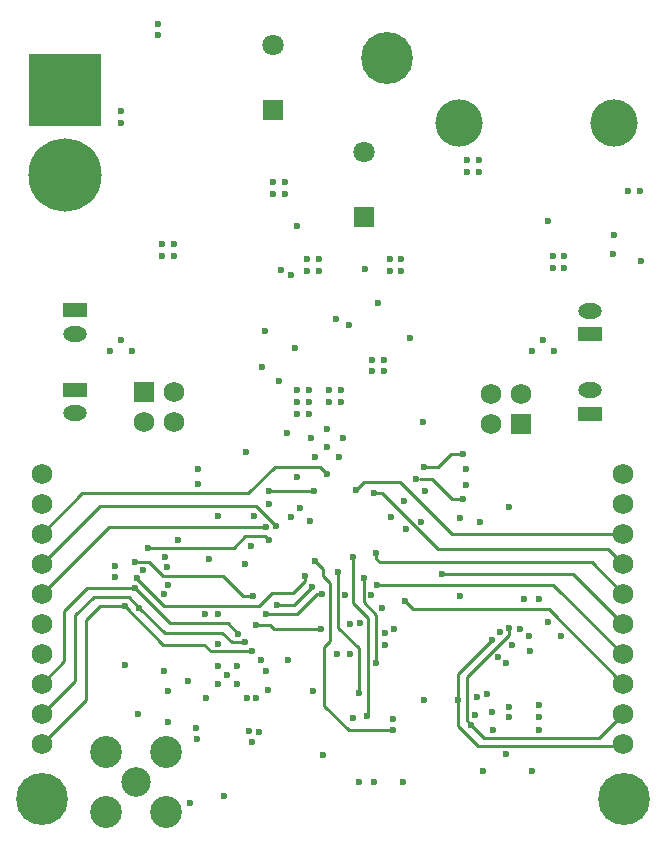
<source format=gbr>
%TF.GenerationSoftware,KiCad,Pcbnew,8.0.3-8.0.3-0~ubuntu22.04.1*%
%TF.CreationDate,2024-07-11T21:31:44-06:00*%
%TF.ProjectId,FCC_KiCAD,4643435f-4b69-4434-9144-2e6b69636164,rev?*%
%TF.SameCoordinates,Original*%
%TF.FileFunction,Copper,L4,Bot*%
%TF.FilePolarity,Positive*%
%FSLAX46Y46*%
G04 Gerber Fmt 4.6, Leading zero omitted, Abs format (unit mm)*
G04 Created by KiCad (PCBNEW 8.0.3-8.0.3-0~ubuntu22.04.1) date 2024-07-11 21:31:44*
%MOMM*%
%LPD*%
G01*
G04 APERTURE LIST*
%TA.AperFunction,ComponentPad*%
%ADD10R,2.000000X1.300000*%
%TD*%
%TA.AperFunction,ComponentPad*%
%ADD11O,2.000000X1.300000*%
%TD*%
%TA.AperFunction,ComponentPad*%
%ADD12C,4.400000*%
%TD*%
%TA.AperFunction,ComponentPad*%
%ADD13R,6.200000X6.200000*%
%TD*%
%TA.AperFunction,ComponentPad*%
%ADD14C,6.200000*%
%TD*%
%TA.AperFunction,ComponentPad*%
%ADD15C,0.600000*%
%TD*%
%TA.AperFunction,ComponentPad*%
%ADD16R,1.750000X1.750000*%
%TD*%
%TA.AperFunction,ComponentPad*%
%ADD17C,1.750000*%
%TD*%
%TA.AperFunction,ComponentPad*%
%ADD18R,1.800000X1.800000*%
%TD*%
%TA.AperFunction,ComponentPad*%
%ADD19C,1.800000*%
%TD*%
%TA.AperFunction,ComponentPad*%
%ADD20C,2.500000*%
%TD*%
%TA.AperFunction,ComponentPad*%
%ADD21C,2.700000*%
%TD*%
%TA.AperFunction,ComponentPad*%
%ADD22C,4.000000*%
%TD*%
%TA.AperFunction,ViaPad*%
%ADD23C,0.600000*%
%TD*%
%TA.AperFunction,Conductor*%
%ADD24C,0.254000*%
%TD*%
G04 APERTURE END LIST*
D10*
%TO.P,J4,1,Pin_1*%
%TO.N,/I2C + CANBUS/CAN1H*%
X128510000Y-87450000D03*
D11*
%TO.P,J4,2,Pin_2*%
%TO.N,/I2C + CANBUS/CAN1L*%
X128510000Y-89450000D03*
%TD*%
D10*
%TO.P,J5,1,Pin_1*%
%TO.N,/I2C + CANBUS/CAN1H*%
X128510000Y-94200000D03*
D11*
%TO.P,J5,2,Pin_2*%
%TO.N,/I2C + CANBUS/CAN1L*%
X128510000Y-96200000D03*
%TD*%
D10*
%TO.P,J6,1,Pin_1*%
%TO.N,/I2C + CANBUS/CAN2H*%
X172085000Y-96250000D03*
D11*
%TO.P,J6,2,Pin_2*%
%TO.N,/I2C + CANBUS/CAN2L*%
X172085000Y-94250000D03*
%TD*%
D10*
%TO.P,J7,1,Pin_1*%
%TO.N,/I2C + CANBUS/CAN2H*%
X172085000Y-89500000D03*
D11*
%TO.P,J7,2,Pin_2*%
%TO.N,/I2C + CANBUS/CAN2L*%
X172085000Y-87500000D03*
%TD*%
D12*
%TO.P,H3,1*%
%TO.N,N/C*%
X174935000Y-128860000D03*
%TD*%
D13*
%TO.P,J8,1,Pin_1*%
%TO.N,+BATT*%
X127675000Y-68850000D03*
D14*
%TO.P,J8,2,Pin_2*%
%TO.N,GND*%
X127675000Y-76050000D03*
%TD*%
D12*
%TO.P,H1,1*%
%TO.N,N/C*%
X154935000Y-66150000D03*
%TD*%
D15*
%TO.P,U2,21,PAD*%
%TO.N,GND*%
X142174800Y-117575000D03*
X140600000Y-117575000D03*
X141387400Y-118362400D03*
X142174800Y-119149800D03*
X140600000Y-119149800D03*
%TD*%
D16*
%TO.P,J2,1,Pin_1*%
%TO.N,Net-(J2-Pin_1)*%
X134300000Y-94360000D03*
D17*
%TO.P,J2,2,Pin_2*%
%TO.N,/I2C + CANBUS/CAN1H*%
X136840000Y-94360000D03*
%TO.P,J2,3,Pin_3*%
%TO.N,Net-(J2-Pin_3)*%
X134300000Y-96900000D03*
%TO.P,J2,4,Pin_4*%
%TO.N,/I2C + CANBUS/CAN1H*%
X136840000Y-96900000D03*
%TD*%
D18*
%TO.P,C31,1*%
%TO.N,+BATT*%
X145285000Y-70511800D03*
D19*
%TO.P,C31,2*%
%TO.N,GND*%
X145285000Y-65000000D03*
%TD*%
D20*
%TO.P,J1,1,In*%
%TO.N,Net-(J1-In)*%
X133685000Y-127400000D03*
D21*
%TO.P,J1,2,Ext*%
%TO.N,GND*%
X136225000Y-124860000D03*
X131145000Y-124860000D03*
X136225000Y-129940000D03*
X131145000Y-129940000D03*
%TD*%
D12*
%TO.P,H2,1*%
%TO.N,N/C*%
X125685000Y-128860000D03*
%TD*%
D18*
%TO.P,C36,1*%
%TO.N,/POWER + USB/5VDCDC*%
X152985000Y-79550000D03*
D19*
%TO.P,C36,2*%
%TO.N,GND*%
X152985000Y-74038200D03*
%TD*%
D15*
%TO.P,U9,6,GND*%
%TO.N,GND*%
X149825000Y-97550000D03*
X151175000Y-98300000D03*
X148475000Y-98300000D03*
X149825000Y-99050000D03*
%TD*%
D16*
%TO.P,J3,1,Pin_1*%
%TO.N,Net-(J3-Pin_1)*%
X166270000Y-97075000D03*
D17*
%TO.P,J3,2,Pin_2*%
%TO.N,/I2C + CANBUS/CAN2L*%
X163730000Y-97075000D03*
%TO.P,J3,3,Pin_3*%
%TO.N,Net-(J3-Pin_3)*%
X166270000Y-94535000D03*
%TO.P,J3,4,Pin_4*%
%TO.N,/I2C + CANBUS/CAN2L*%
X163730000Y-94535000D03*
%TD*%
D22*
%TO.P,J9,SH1,SHIELD1*%
%TO.N,unconnected-(J9-SHIELD1-PadSH1)*%
X174155000Y-71650000D03*
%TO.P,J9,SH2,SHIELD2*%
%TO.N,unconnected-(J9-SHIELD2-PadSH2)*%
X161015000Y-71650000D03*
%TD*%
D17*
%TO.P,J11,1,Pin_1*%
%TO.N,+3V3*%
X125685000Y-101320000D03*
%TO.P,J11,2,Pin_2*%
%TO.N,GND*%
X125685000Y-103860000D03*
%TO.P,J11,3,Pin_3*%
%TO.N,/MCU + PAYLOAD/GPIO1*%
X125685000Y-106400000D03*
%TO.P,J11,4,Pin_4*%
%TO.N,/MCU + PAYLOAD/GPIO2*%
X125685000Y-108940000D03*
%TO.P,J11,5,Pin_5*%
%TO.N,/MCU + PAYLOAD/GPIO3*%
X125685000Y-111480000D03*
%TO.P,J11,6,Pin_6*%
%TO.N,/MCU + PAYLOAD/UART_TX*%
X125685000Y-114020000D03*
%TO.P,J11,7,Pin_7*%
%TO.N,/MCU + PAYLOAD/UART_RX*%
X125685000Y-116560000D03*
%TO.P,J11,8,Pin_8*%
%TO.N,MISO*%
X125685000Y-119100000D03*
%TO.P,J11,9,Pin_9*%
%TO.N,SCLK*%
X125685000Y-121640000D03*
%TO.P,J11,10,Pin_10*%
%TO.N,MOSI*%
X125685000Y-124180000D03*
%TD*%
%TO.P,J12,1,Pin_1*%
%TO.N,+5V*%
X174885000Y-101320000D03*
%TO.P,J12,2,Pin_2*%
%TO.N,GND*%
X174885000Y-103860000D03*
%TO.P,J12,3,Pin_3*%
%TO.N,/MCU + PAYLOAD/GPIO4*%
X174885000Y-106400000D03*
%TO.P,J12,4,Pin_4*%
%TO.N,/MCU + PAYLOAD/GPIO5*%
X174885000Y-108940000D03*
%TO.P,J12,5,Pin_5*%
%TO.N,/MCU + PAYLOAD/GPIO6*%
X174885000Y-111480000D03*
%TO.P,J12,6,Pin_6*%
%TO.N,/MCU + PAYLOAD/GPIO7*%
X174885000Y-114020000D03*
%TO.P,J12,7,Pin_7*%
%TO.N,/MCU + PAYLOAD/GPIO8*%
X174885000Y-116560000D03*
%TO.P,J12,8,Pin_8*%
%TO.N,/MCU + PAYLOAD/GPIO9*%
X174885000Y-119100000D03*
%TO.P,J12,9,Pin_9*%
%TO.N,SCL*%
X174885000Y-121640000D03*
%TO.P,J12,10,Pin_10*%
%TO.N,SDA*%
X174885000Y-124180000D03*
%TD*%
D23*
%TO.N,GND*%
X156500000Y-105950000D03*
X176400000Y-83300000D03*
X133350000Y-90895000D03*
X141125000Y-128575000D03*
X144100000Y-123150000D03*
X144900001Y-103899999D03*
X161710049Y-75789784D03*
X167205000Y-90955000D03*
X146750000Y-84450000D03*
X150625000Y-88200000D03*
X163000000Y-126450000D03*
X161710049Y-74789784D03*
X145235000Y-77600000D03*
X153025000Y-83950000D03*
X158100000Y-102800000D03*
X162350000Y-121700000D03*
X161580000Y-100925000D03*
X153800000Y-127400000D03*
X144575000Y-89250000D03*
X142900000Y-108976999D03*
X156300000Y-127400000D03*
X139800001Y-108499999D03*
X144200000Y-117050000D03*
X146235000Y-77600000D03*
X169030000Y-90930000D03*
X155465001Y-114450000D03*
X145235000Y-76600000D03*
X143437400Y-123992400D03*
X154700000Y-114800000D03*
X153583412Y-111603300D03*
X168550000Y-113850000D03*
X148650000Y-119700000D03*
X156875000Y-89800000D03*
X155450000Y-122050000D03*
X169650000Y-115050000D03*
X136100000Y-108350000D03*
X148825000Y-99900000D03*
X152050000Y-122000000D03*
X165500000Y-115800000D03*
X164300000Y-116850000D03*
X132385000Y-70600000D03*
X167025000Y-116325000D03*
X137200000Y-106900000D03*
X144850000Y-119600000D03*
X135485000Y-64200000D03*
X146490000Y-117092400D03*
X146235000Y-76600000D03*
X164975000Y-125025000D03*
X144325000Y-92300000D03*
X167770000Y-121950000D03*
X143400001Y-107449999D03*
X157950000Y-96900000D03*
X174085000Y-82725000D03*
X146450000Y-97900000D03*
X136326079Y-110723922D03*
X138775000Y-122875000D03*
X136040000Y-111500000D03*
X162800000Y-105400000D03*
X132750000Y-117500000D03*
X131850000Y-109100002D03*
X132385000Y-71600000D03*
X154700000Y-115800000D03*
X140612400Y-113167400D03*
X151750000Y-116600000D03*
X135485000Y-63200000D03*
X143187400Y-123092400D03*
X131450000Y-90895000D03*
X175300000Y-77350000D03*
X167770000Y-123000000D03*
X145925000Y-84100000D03*
X176300000Y-77350000D03*
X136037400Y-118042400D03*
X163850000Y-123023000D03*
X147300000Y-101600000D03*
X140600000Y-104900000D03*
X168105000Y-90005000D03*
X167770000Y-120900000D03*
X145725000Y-93500000D03*
X164500000Y-114700000D03*
X136337400Y-119692400D03*
X148400000Y-105300000D03*
X157810000Y-105380000D03*
X167150000Y-126450000D03*
X150025000Y-95250000D03*
X150825000Y-99900000D03*
X132400000Y-89970000D03*
X142950000Y-99500000D03*
X163770000Y-121450000D03*
X163400000Y-120000000D03*
X154175000Y-86850000D03*
X152500000Y-127400000D03*
X151025000Y-94250000D03*
X147150000Y-90650000D03*
X134281644Y-109427000D03*
X150700000Y-116600000D03*
X162710049Y-74789784D03*
X151025000Y-95250000D03*
X174100000Y-81130000D03*
X168500000Y-79900000D03*
X138787400Y-123792400D03*
X150025000Y-94250000D03*
X166500000Y-111900000D03*
X136362400Y-122317400D03*
X138200000Y-129190000D03*
X139500000Y-113160000D03*
X138925000Y-102150000D03*
X162710049Y-75789784D03*
X151373000Y-111550000D03*
X133787400Y-121692400D03*
X143650000Y-104850000D03*
X151725000Y-88700000D03*
%TO.N,/POWER + USB/5VBUS_FILT*%
X155125000Y-83150000D03*
X168935000Y-83900000D03*
X156125000Y-84150000D03*
X155125000Y-84150000D03*
X169935000Y-82900000D03*
X169935000Y-83900000D03*
X168935000Y-82900000D03*
X156125000Y-83150000D03*
%TO.N,/POWER + USB/5VDCDC*%
X149125000Y-84150000D03*
X149125000Y-83150000D03*
X147285000Y-80300000D03*
X148125000Y-83150000D03*
X136885000Y-81850000D03*
X135885000Y-81850000D03*
X136885000Y-82850000D03*
X148125000Y-84150000D03*
X135885000Y-82850000D03*
%TO.N,+5V*%
X154625000Y-91650000D03*
X153625000Y-91650000D03*
X154625000Y-92650000D03*
X153625000Y-92650000D03*
%TO.N,+3V3*%
X143037400Y-120342400D03*
X156350000Y-103653356D03*
X165230000Y-104170000D03*
X161580000Y-102225000D03*
X161050000Y-105100000D03*
X138087400Y-118867400D03*
X158000000Y-120450000D03*
X155265001Y-105000000D03*
X148325000Y-95250000D03*
X167800000Y-111900000D03*
X166150000Y-114450000D03*
X140613714Y-115709905D03*
X151750000Y-114000000D03*
X148325000Y-96250000D03*
X131850000Y-110050002D03*
X147325000Y-96250000D03*
X152600000Y-113950000D03*
X144687400Y-118042400D03*
X139587400Y-120342400D03*
X143837400Y-120342400D03*
X147325000Y-95250000D03*
X164975000Y-117375000D03*
X166950000Y-115050000D03*
X165220000Y-121050000D03*
X146750000Y-104950000D03*
X147325000Y-94250000D03*
X147565001Y-104200000D03*
X165220000Y-121950000D03*
X154465001Y-112700000D03*
X148325000Y-94250000D03*
X138925000Y-100900000D03*
X149450000Y-125150000D03*
X162520000Y-120200000D03*
X136300000Y-109200000D03*
X161050000Y-111650000D03*
%TO.N,/MCU + PAYLOAD/NRST*%
X148800000Y-108699999D03*
X155450000Y-123050000D03*
%TO.N,/MCU + PAYLOAD/SWDIO*%
X152950000Y-110150000D03*
X154000000Y-117300000D03*
%TO.N,/MCU + PAYLOAD/SWCLK*%
X152000000Y-108375000D03*
X153250000Y-121800000D03*
%TO.N,/MCU + PAYLOAD/SWO*%
X152500000Y-119850000D03*
X150750000Y-109600000D03*
%TO.N,SCLK*%
X133950000Y-112650000D03*
X142850000Y-115600000D03*
%TO.N,/MCU + PAYLOAD/GPIO3*%
X144650000Y-105800000D03*
%TO.N,/MCU + PAYLOAD/GPIO1*%
X149800000Y-101350000D03*
%TO.N,/MCU + PAYLOAD/GPIO2*%
X145550000Y-105725000D03*
%TO.N,MISO*%
X133550000Y-111000000D03*
X142300000Y-114850000D03*
%TO.N,MOSI*%
X132700000Y-112525000D03*
X143500000Y-116350000D03*
%TO.N,/MCU + PAYLOAD/GPIO6*%
X154000000Y-108046698D03*
%TO.N,/MCU + PAYLOAD/GPIO4*%
X152300000Y-102650000D03*
%TO.N,SDA*%
X160950000Y-120500000D03*
X163800000Y-115400000D03*
%TO.N,/MCU + PAYLOAD/GPIO7*%
X159550000Y-109800000D03*
%TO.N,/MCU + PAYLOAD/GPIO5*%
X153800000Y-102950000D03*
%TO.N,SCL*%
X162050000Y-122550000D03*
X165250000Y-114350000D03*
%TO.N,/MCU + PAYLOAD/GPIO9*%
X156400000Y-112050000D03*
%TO.N,/MCU + PAYLOAD/GPIO8*%
X154050000Y-110700000D03*
%TO.N,ACCEL_INT*%
X134700000Y-107600000D03*
X144891324Y-106939145D03*
%TO.N,ACCEL_~{CS}*%
X143550000Y-111650000D03*
X133550000Y-108800000D03*
%TO.N,GYRO_INT*%
X147925000Y-109975000D03*
X133750000Y-110150000D03*
%TO.N,CC2500_GDO0*%
X144700000Y-113225000D03*
X149400000Y-111527000D03*
%TO.N,CC2500_~{CS}*%
X148550000Y-110900000D03*
X145600000Y-112400000D03*
%TO.N,CC2500_GDO2*%
X143850000Y-114100000D03*
X149300000Y-114480856D03*
%TO.N,CAN1_TX*%
X144900000Y-102800000D03*
X148700000Y-102800000D03*
%TO.N,CAN2_TX*%
X158000000Y-100750000D03*
X161345000Y-99675000D03*
%TO.N,CAN2_RX*%
X157400000Y-101800000D03*
X161345000Y-103475000D03*
%TD*%
D24*
%TO.N,/MCU + PAYLOAD/NRST*%
X150100000Y-115450000D02*
X149600000Y-115950000D01*
X151650000Y-123050000D02*
X155450000Y-123050000D01*
X149600000Y-121000000D02*
X151650000Y-123050000D01*
X150100000Y-110600000D02*
X150100000Y-115450000D01*
X149500000Y-109399999D02*
X149500000Y-110000000D01*
X149500000Y-110000000D02*
X150100000Y-110600000D01*
X149600000Y-115950000D02*
X149600000Y-121000000D01*
X148800000Y-108699999D02*
X149500000Y-109399999D01*
%TO.N,/MCU + PAYLOAD/SWDIO*%
X152950000Y-110150000D02*
X152956412Y-110156412D01*
X152956412Y-112206412D02*
X154000000Y-113250000D01*
X152956412Y-110156412D02*
X152956412Y-112206412D01*
X154000000Y-113250000D02*
X154000000Y-117300000D01*
%TO.N,/MCU + PAYLOAD/SWCLK*%
X153275000Y-113550000D02*
X153275000Y-121775000D01*
X153275000Y-121775000D02*
X153250000Y-121800000D01*
X152000000Y-108375000D02*
X152000000Y-112275000D01*
X152000000Y-112275000D02*
X153275000Y-113550000D01*
%TO.N,/MCU + PAYLOAD/SWO*%
X152500000Y-116100000D02*
X152500000Y-119850000D01*
X150750000Y-109600000D02*
X150746000Y-109604000D01*
X150746000Y-109604000D02*
X150746000Y-114346000D01*
X150746000Y-114346000D02*
X152500000Y-116100000D01*
%TO.N,SCLK*%
X142850000Y-115600000D02*
X141750000Y-115600000D01*
X128500000Y-118825000D02*
X125685000Y-121640000D01*
X136125000Y-114825000D02*
X133950000Y-112650000D01*
X133950000Y-112650000D02*
X133025000Y-111725000D01*
X140975000Y-114825000D02*
X136125000Y-114825000D01*
X130075000Y-111725000D02*
X128500000Y-113300000D01*
X133025000Y-111725000D02*
X130075000Y-111725000D01*
X128500000Y-113300000D02*
X128500000Y-118825000D01*
X141750000Y-115600000D02*
X140975000Y-114825000D01*
%TO.N,/MCU + PAYLOAD/GPIO3*%
X131400000Y-105800000D02*
X125720000Y-111480000D01*
X125720000Y-111480000D02*
X125685000Y-111480000D01*
X144650000Y-105800000D02*
X131400000Y-105800000D01*
%TO.N,/MCU + PAYLOAD/GPIO1*%
X149200000Y-100750000D02*
X145400000Y-100750000D01*
X143175000Y-102975000D02*
X129110000Y-102975000D01*
X129110000Y-102975000D02*
X125685000Y-106400000D01*
X145400000Y-100750000D02*
X143175000Y-102975000D01*
X149800000Y-101350000D02*
X149200000Y-100750000D01*
%TO.N,/MCU + PAYLOAD/GPIO2*%
X130600000Y-104025000D02*
X125685000Y-108940000D01*
X143850000Y-104025000D02*
X130600000Y-104025000D01*
X145550000Y-105725000D02*
X143850000Y-104025000D01*
%TO.N,MISO*%
X127600000Y-117185000D02*
X125685000Y-119100000D01*
X136525000Y-113975000D02*
X133550000Y-111000000D01*
X129500000Y-111000000D02*
X127600000Y-112900000D01*
X142300000Y-114850000D02*
X141425000Y-113975000D01*
X127600000Y-112900000D02*
X127600000Y-117185000D01*
X133550000Y-111000000D02*
X129500000Y-111000000D01*
X141425000Y-113975000D02*
X136525000Y-113975000D01*
%TO.N,MOSI*%
X143500000Y-116350000D02*
X140000000Y-116350000D01*
X132700000Y-112525000D02*
X130575000Y-112525000D01*
X140000000Y-116350000D02*
X139425000Y-115775000D01*
X129400000Y-120465000D02*
X125685000Y-124180000D01*
X130575000Y-112525000D02*
X129400000Y-113700000D01*
X129400000Y-113700000D02*
X129400000Y-120465000D01*
X135950000Y-115775000D02*
X132700000Y-112525000D01*
X139425000Y-115775000D02*
X135950000Y-115775000D01*
%TO.N,/MCU + PAYLOAD/UART_TX*%
X125780000Y-114020000D02*
X125685000Y-114020000D01*
%TO.N,/MCU + PAYLOAD/GPIO6*%
X172230000Y-108825000D02*
X174885000Y-111480000D01*
X154000000Y-108550000D02*
X154275000Y-108825000D01*
X154000000Y-108046698D02*
X154000000Y-108550000D01*
X154275000Y-108825000D02*
X172230000Y-108825000D01*
%TO.N,/MCU + PAYLOAD/GPIO4*%
X152300000Y-102650000D02*
X152950000Y-102000000D01*
X156000000Y-102000000D02*
X160400000Y-106400000D01*
X160400000Y-106400000D02*
X174885000Y-106400000D01*
X152950000Y-102000000D02*
X156000000Y-102000000D01*
%TO.N,SDA*%
X160950000Y-120500000D02*
X160950000Y-122650000D01*
X174715000Y-124350000D02*
X174885000Y-124180000D01*
X160950000Y-120500000D02*
X160950000Y-118250000D01*
X160950000Y-118250000D02*
X163800000Y-115400000D01*
X160950000Y-122650000D02*
X162650000Y-124350000D01*
X162650000Y-124350000D02*
X174715000Y-124350000D01*
%TO.N,/MCU + PAYLOAD/GPIO7*%
X170665000Y-109800000D02*
X174885000Y-114020000D01*
X159550000Y-109800000D02*
X170665000Y-109800000D01*
%TO.N,/MCU + PAYLOAD/GPIO5*%
X159200000Y-107700000D02*
X173645000Y-107700000D01*
X173645000Y-107700000D02*
X174885000Y-108940000D01*
X153800000Y-102950000D02*
X154450000Y-102950000D01*
X154450000Y-102950000D02*
X159200000Y-107700000D01*
%TO.N,SCL*%
X172875000Y-123650000D02*
X174885000Y-121640000D01*
X163150000Y-123650000D02*
X172875000Y-123650000D01*
X161650000Y-118550000D02*
X161650000Y-122150000D01*
X161650000Y-122150000D02*
X162050000Y-122550000D01*
X165250000Y-114950000D02*
X161650000Y-118550000D01*
X162050000Y-122550000D02*
X163150000Y-123650000D01*
X165250000Y-114350000D02*
X165250000Y-114950000D01*
%TO.N,/MCU + PAYLOAD/GPIO9*%
X156400000Y-112050000D02*
X157150000Y-112800000D01*
X168585000Y-112800000D02*
X174885000Y-119100000D01*
X157150000Y-112800000D02*
X168585000Y-112800000D01*
%TO.N,/MCU + PAYLOAD/GPIO8*%
X174860000Y-116560000D02*
X174885000Y-116560000D01*
X154050000Y-110700000D02*
X169000000Y-110700000D01*
X169000000Y-110700000D02*
X174860000Y-116560000D01*
%TO.N,ACCEL_INT*%
X144577179Y-106625000D02*
X142900000Y-106625000D01*
X141925000Y-107600000D02*
X134700000Y-107600000D01*
X142900000Y-106625000D02*
X141925000Y-107600000D01*
X144891324Y-106939145D02*
X144577179Y-106625000D01*
%TO.N,ACCEL_~{CS}*%
X135925000Y-109975000D02*
X134750000Y-108800000D01*
X142700000Y-111650000D02*
X141025000Y-109975000D01*
X143550000Y-111650000D02*
X142700000Y-111650000D01*
X134750000Y-108800000D02*
X133550000Y-108800000D01*
X141025000Y-109975000D02*
X135925000Y-109975000D01*
%TO.N,GYRO_INT*%
X133750000Y-110186712D02*
X133750000Y-110150000D01*
X144075000Y-112500000D02*
X136063288Y-112500000D01*
X146925000Y-111425000D02*
X145150000Y-111425000D01*
X147925000Y-109975000D02*
X147925000Y-110425000D01*
X145150000Y-111425000D02*
X144075000Y-112500000D01*
X147925000Y-110425000D02*
X146925000Y-111425000D01*
X136063288Y-112500000D02*
X133750000Y-110186712D01*
%TO.N,CC2500_GDO0*%
X147275000Y-113225000D02*
X148973000Y-111527000D01*
X148973000Y-111527000D02*
X149400000Y-111527000D01*
X144700000Y-113225000D02*
X147275000Y-113225000D01*
%TO.N,CC2500_~{CS}*%
X147050000Y-112400000D02*
X148550000Y-110900000D01*
X145600000Y-112400000D02*
X147050000Y-112400000D01*
%TO.N,CC2500_GDO2*%
X145355856Y-114480856D02*
X144975000Y-114100000D01*
X144975000Y-114100000D02*
X143850000Y-114100000D01*
X149300000Y-114480856D02*
X145355856Y-114480856D01*
%TO.N,CAN1_TX*%
X148700000Y-102800000D02*
X144900000Y-102800000D01*
%TO.N,CAN2_TX*%
X158300000Y-100750000D02*
X159250000Y-100750000D01*
X159250000Y-100750000D02*
X160325000Y-99675000D01*
X160325000Y-99675000D02*
X161345000Y-99675000D01*
%TO.N,CAN2_RX*%
X160375000Y-103475000D02*
X161345000Y-103475000D01*
X157700000Y-101800000D02*
X158700000Y-101800000D01*
X158700000Y-101800000D02*
X160375000Y-103475000D01*
%TD*%
M02*

</source>
